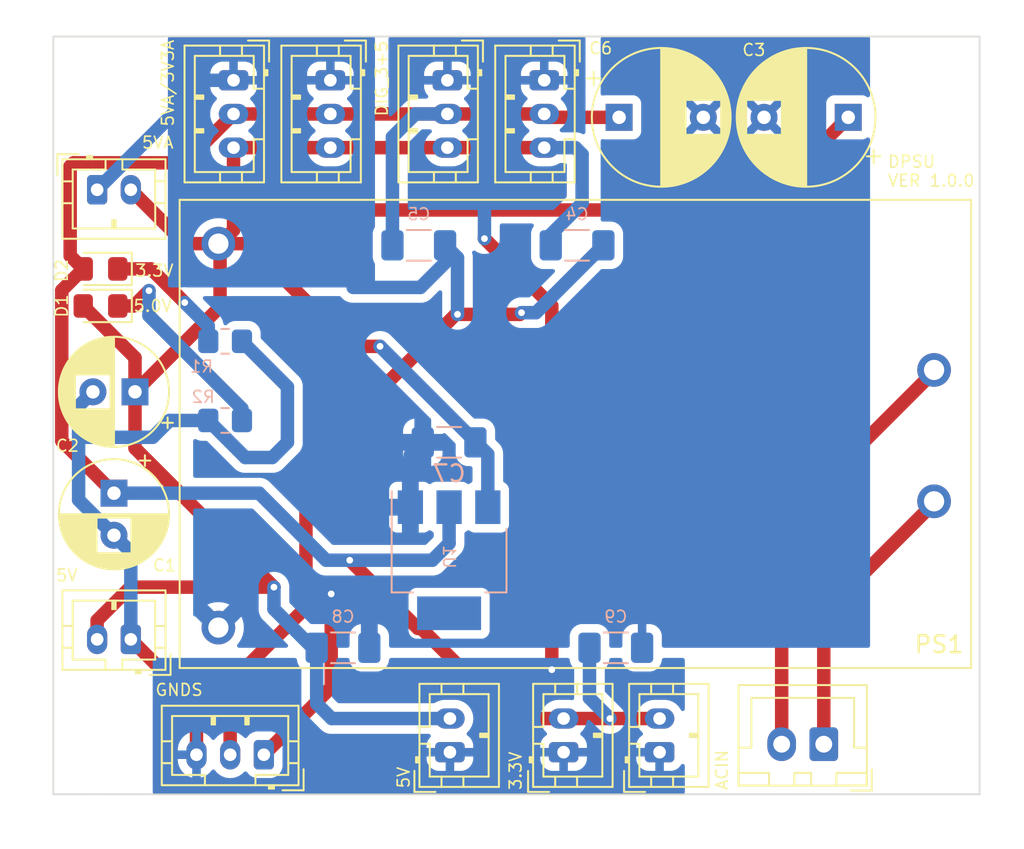
<source format=kicad_pcb>
(kicad_pcb (version 20221018) (generator pcbnew)
  (layers (0 "F.Cu" signal) (31 "B.Cu" signal) (34 "B.Paste" user) (35 "F.Paste" user) (36 "B.SilkS" user "B.Silkscreen") (37 "F.SilkS" user "F.Silkscreen") (38 "B.Mask" user) (39 "F.Mask" user) (44 "Edge.Cuts" user))
  (net 0 "")
  (net 1 "5V")
  (net 2 "VNEG")
  (net 3 "VIN")
  (net 4 "3V3")
  (net 5 "Net-(D1-K)")
  (net 6 "Net-(D2-K)")
  (net 7 "AGND")
  (net 8 "GND")
  (net 9 "PGND")
  (footprint "Connector_JST:JST_PH_B2B-PH-K_1x02_P2.00mm_Vertical" (layer "F.Cu") (at 134.6 105.8 180)
    (fp_text reference "DIG1" hide)
    (fp_text value "Conn_01x02_Male")
    (pad "1" thru_hole roundrect (at 0 0 180) (size 1.2 1.75) (drill 0.75) (layers "*.Cu" "*.Mask") (roundrect_rratio 0.2083333333) (net 8 "GND"))
    (pad "2" thru_hole oval (at 2 0 180) (size 1.2 1.75) (drill 0.75) (layers "*.Cu" "*.Mask") (net 1 "5V"))
  )
  (footprint "LED_SMD:LED_0805_2012Metric_Pad1.15x1.40mm_HandSolder" (layer "F.Cu") (at 132.8 83.8 180)
    (fp_text reference "D2" (at 2.3 -0.1 90 unlocked) (layer "F.SilkS") (effects (font (size 0.7 0.7) (thickness 0.1))))
    (fp_text value "WHITE")
    (pad "1" smd roundrect (at -1.025 0 180) (size 1.15 1.4) (layers "F.Cu" "F.Paste" "F.Mask") (roundrect_rratio 0.2173913043) (net 6 "Net-(D2-K)"))
    (pad "2" smd roundrect (at 1.025 0 180) (size 1.15 1.4) (layers "F.Cu" "F.Paste" "F.Mask") (roundrect_rratio 0.2173913043) (net 4 "3V3"))
  )
  (footprint "MountingHole:MountingHole_3.2mm_M3" (layer "F.Cu") (at 182.5 72.5)
    (fp_text reference "H1" hide)
    (fp_text value "MountingHole")
    (pad "" np_thru_hole circle (at 0 0) (size 3.2 3.2) (drill 3.2) (layers "*.Cu" "*.Mask"))
  )
  (footprint "MountingHole:MountingHole_3.2mm_M3" (layer "F.Cu") (at 132.5 112.5)
    (fp_text reference "H2" hide)
    (fp_text value "MountingHole")
    (pad "" np_thru_hole circle (at 0 0) (size 3.2 3.2) (drill 3.2) (layers "*.Cu" "*.Mask"))
  )
  (footprint "Connector_JST:JST_PH_B3B-PH-K_1x03_P2.00mm_Vertical" (layer "F.Cu") (at 153.4 72.6 -90)
    (fp_text reference "ANAL4" hide)
    (fp_text value "Conn_01x03_Male")
    (pad "1" thru_hole roundrect (at 0 0 270) (size 1.2 1.75) (drill 0.75) (layers "*.Cu" "*.Mask") (roundrect_rratio 0.2083333333) (net 8 "GND"))
    (pad "2" thru_hole oval (at 2 0 270) (size 1.2 1.75) (drill 0.75) (layers "*.Cu" "*.Mask") (net 4 "3V3"))
    (pad "3" thru_hole oval (at 4 0 270) (size 1.2 1.75) (drill 0.75) (layers "*.Cu" "*.Mask") (net 1 "5V"))
  )
  (footprint "Connector_JST:JST_PH_B3B-PH-K_1x03_P2.00mm_Vertical" (layer "F.Cu") (at 140.7 72.6 -90)
    (fp_text reference "ANAL3" hide)
    (fp_text value "Conn_01x03_Male")
    (pad "1" thru_hole roundrect (at 0 0 270) (size 1.2 1.75) (drill 0.75) (layers "*.Cu" "*.Mask") (roundrect_rratio 0.2083333333) (net 7 "AGND"))
    (pad "2" thru_hole oval (at 2 0 270) (size 1.2 1.75) (drill 0.75) (layers "*.Cu" "*.Mask") (net 4 "3V3"))
    (pad "3" thru_hole oval (at 4 0 270) (size 1.2 1.75) (drill 0.75) (layers "*.Cu" "*.Mask") (net 1 "5V"))
  )
  (footprint "Connector_JST:JST_PH_B2B-PH-K_1x02_P2.00mm_Vertical" (layer "F.Cu") (at 153.55 112.5 90)
    (fp_text reference "DIG5" hide)
    (fp_text value "Conn_01x02_Male")
    (pad "1" thru_hole roundrect (at 0 0 90) (size 1.2 1.75) (drill 0.75) (layers "*.Cu" "*.Mask") (roundrect_rratio 0.2083333333) (net 8 "GND"))
    (pad "2" thru_hole oval (at 2 0 90) (size 1.2 1.75) (drill 0.75) (layers "*.Cu" "*.Mask") (net 1 "5V"))
  )
  (footprint "Connector_JST:JST_PH_B2B-PH-K_1x02_P2.00mm_Vertical" (layer "F.Cu") (at 166 112.5 90)
    (fp_text reference "DIG2" hide)
    (fp_text value "Conn_01x02_Male")
    (pad "1" thru_hole roundrect (at 0 0 90) (size 1.2 1.75) (drill 0.75) (layers "*.Cu" "*.Mask") (roundrect_rratio 0.2083333333) (net 8 "GND"))
    (pad "2" thru_hole oval (at 2 0 90) (size 1.2 1.75) (drill 0.75) (layers "*.Cu" "*.Mask") (net 4 "3V3"))
  )
  (footprint "LED_SMD:LED_0805_2012Metric_Pad1.15x1.40mm_HandSolder" (layer "F.Cu") (at 132.8 86 180)
    (fp_text reference "D1" (at 2.3 0 90 unlocked) (layer "F.SilkS") (effects (font (size 0.7 0.7) (thickness 0.1))))
    (fp_text value "BLUE")
    (pad "1" smd roundrect (at -1.025 0 180) (size 1.15 1.4) (layers "F.Cu" "F.Paste" "F.Mask") (roundrect_rratio 0.2173913043) (net 5 "Net-(D1-K)"))
    (pad "2" smd roundrect (at 1.025 0 180) (size 1.15 1.4) (layers "F.Cu" "F.Paste" "F.Mask") (roundrect_rratio 0.2173913043) (net 1 "5V"))
  )
  (footprint "MountingHole:MountingHole_3.2mm_M3" (layer "F.Cu") (at 132.5 72.5)
    (fp_text reference "H4" hide)
    (fp_text value "MountingHole")
    (pad "" np_thru_hole circle (at 0 0) (size 3.2 3.2) (drill 3.2) (layers "*.Cu" "*.Mask"))
  )
  (footprint "Capacitor_THT:CP_Radial_D8.0mm_P5.00mm" (layer "F.Cu") (at 177.202651 74.8 180)
    (fp_text reference "C3" (at 5.602651 4 unlocked) (layer "F.SilkS") (effects (font (size 0.7 0.7) (thickness 0.1))))
    (fp_text value "47U")
    (pad "1" thru_hole rect (at 0 0 180) (size 1.6 1.6) (drill 0.8) (layers "*.Cu" "*.Mask") (net 1 "5V"))
    (pad "2" thru_hole circle (at 5 0 180) (size 1.6 1.6) (drill 0.8) (layers "*.Cu" "*.Mask") (net 9 "PGND"))
  )
  (footprint "Connector_JST:JST_PH_B3B-PH-K_1x03_P2.00mm_Vertical" (layer "F.Cu") (at 142.5 112.65 180)
    (fp_text reference "J2" hide)
    (fp_text value "Conn_01x03_Male")
    (pad "1" thru_hole roundrect (at 0 0 180) (size 1.2 1.75) (drill 0.75) (layers "*.Cu" "*.Mask") (roundrect_rratio 0.2083333333) (net 9 "PGND"))
    (pad "2" thru_hole oval (at 2 0 180) (size 1.2 1.75) (drill 0.75) (layers "*.Cu" "*.Mask") (net 7 "AGND"))
    (pad "3" thru_hole oval (at 4 0 180) (size 1.2 1.75) (drill 0.75) (layers "*.Cu" "*.Mask") (net 8 "GND"))
  )
  (footprint "Connector_JST:JST_PH_B3B-PH-K_1x03_P2.00mm_Vertical" (layer "F.Cu") (at 146.45 72.6 -90)
    (fp_text reference "ANAL2" hide)
    (fp_text value "Conn_01x03_Male")
    (pad "1" thru_hole roundrect (at 0 0 270) (size 1.2 1.75) (drill 0.75) (layers "*.Cu" "*.Mask") (roundrect_rratio 0.2083333333) (net 7 "AGND"))
    (pad "2" thru_hole oval (at 2 0 270) (size 1.2 1.75) (drill 0.75) (layers "*.Cu" "*.Mask") (net 4 "3V3"))
    (pad "3" thru_hole oval (at 4 0 270) (size 1.2 1.75) (drill 0.75) (layers "*.Cu" "*.Mask") (net 1 "5V"))
  )
  (footprint "Capacitor_THT:CP_Radial_D8.0mm_P5.00mm" (layer "F.Cu") (at 163.597349 74.8)
    (fp_text reference "C6" (at -1.097349 -4.1 unlocked) (layer "F.SilkS") (effects (font (size 0.7 0.7) (thickness 0.1))))
    (fp_text value "47U")
    (pad "1" thru_hole rect (at 0 0) (size 1.6 1.6) (drill 0.8) (layers "*.Cu" "*.Mask") (net 4 "3V3"))
    (pad "2" thru_hole circle (at 5 0) (size 1.6 1.6) (drill 0.8) (layers "*.Cu" "*.Mask") (net 9 "PGND"))
  )
  (footprint "Connector_JST:JST_XH_B2B-XH-A_1x02_P2.50mm_Vertical" (layer "F.Cu") (at 175.75 112.025 180)
    (fp_text reference "J1" hide)
    (fp_text value "Conn_01x02_Male" hide)
    (pad "1" thru_hole roundrect (at 0 0 180) (size 1.7 2) (drill 1) (layers "*.Cu" "*.Mask") (roundrect_rratio 0.1470588235) (net 3 "VIN"))
    (pad "2" thru_hole oval (at 2.5 0 180) (size 1.7 2) (drill 1) (layers "*.Cu" "*.Mask") (net 2 "VNEG"))
  )
  (footprint "Connector_JST:JST_PH_B3B-PH-K_1x03_P2.00mm_Vertical" (layer "F.Cu") (at 159.15 72.6 -90)
    (fp_text reference "ANAL5" hide)
    (fp_text value "Conn_01x03_Male")
    (pad "1" thru_hole roundrect (at 0 0 270) (size 1.2 1.75) (drill 0.75) (layers "*.Cu" "*.Mask") (roundrect_rratio 0.2083333333) (net 8 "GND"))
    (pad "2" thru_hole oval (at 2 0 270) (size 1.2 1.75) (drill 0.75) (layers "*.Cu" "*.Mask") (net 4 "3V3"))
    (pad "3" thru_hole oval (at 4 0 270) (size 1.2 1.75) (drill 0.75) (layers "*.Cu" "*.Mask") (net 1 "5V"))
  )
  (footprint "Capacitor_THT:CP_Radial_D6.3mm_P2.50mm" (layer "F.Cu") (at 133.6 97.117621 -90)
    (fp_text reference "C1" (at 4.282379 -3 unlocked) (layer "F.SilkS") (effects (font (size 0.7 0.7) (thickness 0.1))))
    (fp_text value "47U")
    (pad "1" thru_hole rect (at 0 0 270) (size 1.6 1.6) (drill 0.8) (layers "*.Cu" "*.Mask") (net 4 "3V3"))
    (pad "2" thru_hole circle (at 2.5 0 270) (size 1.6 1.6) (drill 0.8) (layers "*.Cu" "*.Mask") (net 8 "GND"))
  )
  (footprint "Connector_JST:JST_PH_B2B-PH-K_1x02_P2.00mm_Vertical" (layer "F.Cu") (at 132.6 79.1)
    (fp_text reference "ANAL1" hide)
    (fp_text value "Conn_01x02_Male")
    (pad "1" thru_hole roundrect (at 0 0) (size 1.2 1.75) (drill 0.75) (layers "*.Cu" "*.Mask") (roundrect_rratio 0.2083333333) (net 7 "AGND"))
    (pad "2" thru_hole oval (at 2 0) (size 1.2 1.75) (drill 0.75) (layers "*.Cu" "*.Mask") (net 1 "5V"))
  )
  (footprint "Capacitor_THT:CP_Radial_D6.3mm_P2.50mm" (layer "F.Cu") (at 134.85 91.1 180)
    (fp_text reference "C2" (at 4.011 -3.2 unlocked) (layer "F.SilkS") (effects (font (size 0.7 0.7) (thickness 0.1))))
    (fp_text value "47U")
    (pad "1" thru_hole rect (at 0 0 180) (size 1.6 1.6) (drill 0.8) (layers "*.Cu" "*.Mask") (net 1 "5V"))
    (pad "2" thru_hole circle (at 2.5 0 180) (size 1.6 1.6) (drill 0.8) (layers "*.Cu" "*.Mask") (net 8 "GND"))
  )
  (footprint "MountingHole:MountingHole_3.2mm_M3" (layer "F.Cu") (at 182.5 112.5)
    (fp_text reference "H3" hide)
    (fp_text value "MountingHole")
    (pad "" np_thru_hole circle (at 0 0) (size 3.2 3.2) (drill 3.2) (layers "*.Cu" "*.Mask"))
  )
  (footprint "Components:HLK-10M05" (layer "F.Cu") (at 160 95.4 180)
    (fp_text reference "PS1" (at -22.6 -10.7 unlocked) (layer "F.SilkS"))
    (fp_text value "HLK-10M05")
    (pad "1" thru_hole circle (at -22.3 -2.2 180) (size 2 2) (drill 1.2) (layers "*.Cu" "*.Mask") (net 3 "VIN"))
    (pad "2" thru_hole circle (at -22.3 5.6 180) (size 2 2) (drill 1.2) (layers "*.Cu" "*.Mask") (net 2 "VNEG"))
    (pad "3" thru_hole circle (at 20.2 -9.7 180) (size 2 2) (drill 1.2) (layers "*.Cu" "*.Mask") (net 9 "PGND"))
    (pad "4" thru_hole circle (at 20.2 13.1 180) (size 2 2) (drill 1.2) (layers "*.Cu" "*.Mask") (net 1 "5V"))
  )
  (footprint "Connector_JST:JST_PH_B2B-PH-K_1x02_P2.00mm_Vertical" (layer "F.Cu") (at 160.3 112.5 90)
    (fp_text reference "DIG4" hide)
    (fp_text value "Conn_01x02_Male")
    (pad "1" thru_hole roundrect (at 0 0 90) (size 1.2 1.75) (drill 0.75) (layers "*.Cu" "*.Mask") (roundrect_rratio 0.2083333333) (net 8 "GND"))
    (pad "2" thru_hole oval (at 2 0 90) (size 1.2 1.75) (drill 0.75) (layers "*.Cu" "*.Mask") (net 4 "3V3"))
  )
  (footprint "Capacitor_SMD:C_1206_3216Metric_Pad1.33x1.80mm_HandSolder" (layer "B.Cu") (at 161.1 82.4 180)
    (fp_text reference "C4" (at 0 1.85 unlocked) (layer "B.SilkS") (effects (font (size 0.7 0.7) (thickness 0.1)) (justify mirror)))
    (fp_text value "10u")
    (pad "1" smd roundrect (at -1.5625 0 180) (size 1.325 1.8) (layers "B.Cu" "B.Paste" "B.Mask") (roundrect_rratio 0.1886792453) (net 7 "AGND"))
    (pad "2" smd roundrect (at 1.5625 0 180) (size 1.325 1.8) (layers "B.Cu" "B.Paste" "B.Mask") (roundrect_rratio 0.1886792453) (net 1 "5V"))
  )
  (footprint "Package_TO_SOT_SMD:SOT-223" (layer "B.Cu") (at 153.5 101.1 -90)
    (fp_text reference "U1" (at -0.2 0 -90 unlocked) (layer "B.SilkS") (effects (font (size 0.7 0.7) (thickness 0.1)) (justify mirror)))
    (fp_text value "AZ1117-3.3")
    (pad "1" smd rect (at -3.15 2.3 270) (size 2 1.5) (layers "B.Cu" "B.Paste" "B.Mask") (net 9 "PGND"))
    (pad "2" smd rect (at -3.15 0 270) (size 2 1.5) (layers "B.Cu" "B.Paste" "B.Mask") (net 4 "3V3"))
    (pad "3" smd rect (at -3.15 -2.3 270) (size 2 1.5) (layers "B.Cu" "B.Paste" "B.Mask") (net 1 "5V"))
    (pad "4" smd rect (at 3.15 0 270) (size 2 3.8) (layers "B.Cu" "B.Paste" "B.Mask"))
  )
  (footprint "Resistor_SMD:R_0805_2012Metric_Pad1.20x1.40mm_HandSolder" (layer "B.Cu") (at 140.2 88.1)
    (fp_text reference "R1" (at -1.4 1.5 unlocked) (layer "B.SilkS") (effects (font (size 0.7 0.7) (thickness 0.1)) (justify mirror)))
    (fp_text value "510R")
    (pad "1" smd roundrect (at -1 0) (size 1.2 1.4) (layers "B.Cu" "B.Paste" "B.Mask") (roundrect_rratio 0.2083333333) (net 6 "Net-(D2-K)"))
    (pad "2" smd roundrect (at 1 0) (size 1.2 1.4) (layers "B.Cu" "B.Paste" "B.Mask") (roundrect_rratio 0.2083333333) (net 8 "GND"))
  )
  (footprint "Capacitor_SMD:C_1206_3216Metric_Pad1.33x1.80mm_HandSolder" (layer "B.Cu") (at 153.5 94.1)
    (fp_text reference "C7" (at 0 1.85 180) (layer "B.SilkS") (effects (justify mirror)))
    (fp_text value "10u")
    (pad "1" smd roundrect (at -1.5625 0) (size 1.325 1.8) (layers "B.Cu" "B.Paste" "B.Mask") (roundrect_rratio 0.1886792453) (net 9 "PGND"))
    (pad "2" smd roundrect (at 1.5625 0) (size 1.325 1.8) (layers "B.Cu" "B.Paste" "B.Mask") (roundrect_rratio 0.1886792453) (net 1 "5V"))
  )
  (footprint "Capacitor_SMD:C_1206_3216Metric_Pad1.33x1.80mm_HandSolder" (layer "B.Cu") (at 163.4 106.3 180)
    (fp_text reference "C9" (at 0 1.85 unlocked) (layer "B.SilkS") (effects (font (size 0.7 0.7) (thickness 0.1)) (justify mirror)))
    (fp_text value "10u")
    (pad "1" smd roundrect (at -1.5625 0 180) (size 1.325 1.8) (layers "B.Cu" "B.Paste" "B.Mask") (roundrect_rratio 0.1886792453) (net 9 "PGND"))
    (pad "2" smd roundrect (at 1.5625 0 180) (size 1.325 1.8) (layers "B.Cu" "B.Paste" "B.Mask") (roundrect_rratio 0.1886792453) (net 4 "3V3"))
  )
  (footprint "Capacitor_SMD:C_1206_3216Metric_Pad1.33x1.80mm_HandSolder" (layer "B.Cu") (at 147.2 106.3 180)
    (fp_text reference "C8" (at 0 1.85 unlocked) (layer "B.SilkS") (effects (font (size 0.7 0.7) (thickness 0.1)) (justify mirror)))
    (fp_text value "10u")
    (pad "1" smd roundrect (at -1.5625 0 180) (size 1.325 1.8) (layers "B.Cu" "B.Paste" "B.Mask") (roundrect_rratio 0.1886792453) (net 9 "PGND"))
    (pad "2" smd roundrect (at 1.5625 0 180) (size 1.325 1.8) (layers "B.Cu" "B.Paste" "B.Mask") (roundrect_rratio 0.1886792453) (net 1 "5V"))
  )
  (footprint "Capacitor_SMD:C_1206_3216Metric_Pad1.33x1.80mm_HandSolder" (layer "B.Cu") (at 151.7 82.4 180)
    (fp_text reference "C5" (at 0 1.85 unlocked) (layer "B.SilkS") (effects (font (size 0.7 0.7) (thickness 0.1)) (justify mirror)))
    (fp_text value "10u")
    (pad "1" smd roundrect (at -1.5625 0 180) (size 1.325 1.8) (layers "B.Cu" "B.Paste" "B.Mask") (roundrect_rratio 0.1886792453) (net 7 "AGND"))
    (pad "2" smd roundrect (at 1.5625 0 180) (size 1.325 1.8) (layers "B.Cu" "B.Paste" "B.Mask") (roundrect_rratio 0.1886792453) (net 4 "3V3"))
  )
  (footprint "Resistor_SMD:R_0805_2012Metric_Pad1.20x1.40mm_HandSolder" (layer "B.Cu") (at 140.2 92.8 180)
    (fp_text reference "R2" (at 1.3 1.4 unlocked) (layer "B.SilkS") (effects (font (size 0.7 0.7) (thickness 0.1)) (justify mirror)))
    (fp_text value "750R")
    (pad "1" smd roundrect (at -1 0 180) (size 1.2 1.4) (layers "B.Cu" "B.Paste" "B.Mask") (roundrect_rratio 0.2083333333) (net 5 "Net-(D1-K)"))
    (pad "2" smd roundrect (at 1 0 180) (size 1.2 1.4) (layers "B.Cu" "B.Paste" "B.Mask") (roundrect_rratio 0.2083333333) (net 8 "GND"))
  )
  (gr_line (start 132.5 115) (end 130 115) (stroke (width 0.1)) (layer "Edge.Cuts"))
  (gr_line (start 185 115) (end 132.5 115) (stroke (width 0.1)) (layer "Edge.Cuts"))
  (gr_line (start 132.5 70) (end 185 70) (stroke (width 0.1)) (layer "Edge.Cuts"))
  (gr_line (start 130 70) (end 132.5 70) (stroke (width 0.1)) (layer "Edge.Cuts"))
  (gr_line (start 130 70) (end 130 115) (stroke (width 0.1)) (layer "Edge.Cuts"))
  (gr_line (start 185 70) (end 185 115) (stroke (width 0.1)) (layer "Edge.Cuts"))
  (gr_text "5VA/3V3A" (at 136.8 75.4 90) (layer "F.SilkS") (effects (font (size 0.7 0.7) (thickness 0.1)) (justify left)))
  (gr_text "ACIN" (at 169.7 114.8 90) (layer "F.SilkS") (effects (font (size 0.7 0.7) (thickness 0.1)) (justify left)))
  (gr_text "3.3V\n" (at 157.45 114.8 90) (layer "F.SilkS") (effects (font (size 0.7 0.7) (thickness 0.1)) (justify left)))
  (gr_text "5.0V" (at 137.1 86) (layer "F.SilkS") (effects (font (size 0.7 0.7) (thickness 0.1)) (justify right)))
  (gr_text "DPSU\nVER 1.0.0" (at 179.5 78) (layer "F.SilkS") (effects (font (size 0.7 0.7) (thickness 0.1)) (justify left)))
  (gr_text "3.3V" (at 137.2 83.9) (layer "F.SilkS") (effects (font (size 0.7 0.7) (thickness 0.1)) (justify right)))
  (gr_text "5V" (at 130.1 102) (layer "F.SilkS") (effects (font (size 0.7 0.7) (thickness 0.1)) (justify left)))
  (gr_text "GNDS\n" (at 136 108.8) (layer "F.SilkS") (effects (font (size 0.7 0.7) (thickness 0.1)) (justify left)))
  (gr_text "DIG_3+5" (at 149.5 70.2 90) (layer "F.SilkS") (effects (font (size 0.7 0.7) (thickness 0.1)) (justify right)))
  (gr_text "5VA" (at 135.2 76.3) (layer "F.SilkS") (effects (font (size 0.7 0.7) (thickness 0.1)) (justify left)))
  (gr_text "5V" (at 150.8 114.7 90) (layer "F.SilkS") (effects (font (size 0.7 0.7) (thickness 0.1)) (justify left)))
  (segment (start 134.85 91.1) (end 134.85 94.45) (width 0.8) (layer "F.Cu") (net 1))
  (segment (start 143.6 80.3) (end 141.6 82.3) (width 0.8) (layer "F.Cu") (net 1))
  (segment (start 140.7 81.5) (end 139.9 82.3) (width 0.8) (layer "F.Cu") (net 1))
  (segment (start 146.45 76.6) (end 140.7 76.6) (width 0.8) (layer "F.Cu") (net 1))
  (segment (start 140.7 76.6) (end 140.7 81.5) (width 0.8) (layer "F.Cu") (net 1))
  (segment (start 139.9 82.3) (end 137.8 82.3) (width 0.8) (layer "F.Cu") (net 1))
  (segment (start 134.575 102.7) (end 143.1 102.7) (width 0.8) (layer "F.Cu") (net 1))
  (segment (start 134.85 91.1) (end 139.9 86.05) (width 0.8) (layer "F.Cu") (net 1))
  (segment (start 141.6 82.3) (end 147.7 88.4) (width 0.8) (layer "F.Cu") (net 1))
  (segment (start 153.4 76.6) (end 146.45 76.6) (width 0.8) (layer "F.Cu") (net 1))
  (segment (start 132.6 105.8) (end 132.6 104.675) (width 0.8) (layer "F.Cu") (net 1))
  (segment (start 134.85 91.1) (end 134.85 89.075) (width 0.8) (layer "F.Cu") (net 1))
  (segment (start 134.85 94.45) (end 143.1 102.7) (width 0.8) (layer "F.Cu") (net 1))
  (segment (start 134.85 89.075) (end 131.775 86) (width 0.8) (layer "F.Cu") (net 1))
  (segment (start 139.9 86.05) (end 139.9 82.3) (width 0.8) (layer "F.Cu") (net 1))
  (segment (start 147.7 88.4) (end 149.4 88.4) (width 0.8) (layer "F.Cu") (net 1))
  (segment (start 137.8 82.3) (end 134.6 79.1) (width 0.8) (layer "F.Cu") (net 1))
  (segment (start 171.702651 80.3) (end 143.6 80.3) (width 0.8) (layer "F.Cu") (net 1))
  (segment (start 132.6 104.675) (end 134.575 102.7) (width 0.8) (layer "F.Cu") (net 1))
  (segment (start 141.6 82.3) (end 139.9 82.3) (width 0.8) (layer "F.Cu") (net 1))
  (segment (start 159.15 76.6) (end 153.4 76.6) (width 0.8) (layer "F.Cu") (net 1))
  (segment (start 177.202651 74.8) (end 171.702651 80.3) (width 0.8) (layer "F.Cu") (net 1))
  (via (at 143.1 102.7) (size 0.8) (drill 0.4) (layers "F.Cu" "B.Cu") (net 1))
  (via (at 149.4 88.4) (size 0.8) (drill 0.4) (layers "F.Cu" "B.Cu") (net 1))
  (segment (start 146.525 110.5) (end 153.55 110.5) (width 0.8) (layer "B.Cu") (net 1))
  (segment (start 161 76.6) (end 159.15 76.6) (width 0.8) (layer "B.Cu") (net 1))
  (segment (start 161.4 79.9) (end 161.4 77) (width 0.8) (layer "B.Cu") (net 1))
  (segment (start 143.1 104) (end 143.1 102.7) (width 0.8) (layer "B.Cu") (net 1))
  (segment (start 161.4 77) (end 161 76.6) (width 0.8) (layer "B.Cu") (net 1))
  (segment (start 159.5375 82.4) (end 159.5375 81.7625) (width 0.8) (layer "B.Cu") (net 1))
  (segment (start 155.8 94.8) (end 149.4 88.4) (width 0.8) (layer "B.Cu") (net 1))
  (segment (start 145.6375 106.3) (end 145.6375 109.6125) (width 0.8) (layer "B.Cu") (net 1))
  (segment (start 155.8 97.95) (end 155.8 94.8) (width 0.8) (layer "B.Cu") (net 1))
  (segment (start 159.5375 81.7625) (end 161.4 79.9) (width 0.8) (layer "B.Cu") (net 1))
  (segment (start 145.6375 109.6125) (end 146.525 110.5) (width 0.8) (layer "B.Cu") (net 1))
  (segment (start 145.4 106.3) (end 143.1 104) (width 0.8) (layer "B.Cu") (net 1))
  (segment (start 173.25 98.95) (end 173.25 111.65) (width 0.8) (layer "F.Cu") (net 2))
  (segment (start 182.4 89.8) (end 173.25 98.95) (width 0.8) (layer "F.Cu") (net 2))
  (segment (start 175.75 104.25) (end 182.4 97.6) (width 0.8) (layer "F.Cu") (net 3))
  (segment (start 175.75 112.025) (end 175.75 104.25) (width 0.8) (layer "F.Cu") (net 3))
  (segment (start 163.05 110.5) (end 165.9 110.5) (width 0.8) (layer "F.Cu") (net 4))
  (segment (start 153.4 74.6) (end 146.45 74.6) (width 0.8) (layer "F.Cu") (net 4))
  (segment (start 131.775 83.8) (end 130.5 85.075) (width 0.8) (layer "F.Cu") (net 4))
  (segment (start 140.7 74.6) (end 137.8 77.5) (width 0.8) (layer "F.Cu") (net 4))
  (segment (start 159.15 74.6) (end 153.4 74.6) (width 0.8) (layer "F.Cu") (net 4))
  (segment (start 147.6 101.1) (end 151.65 105.15) (width 0.8) (layer "F.Cu") (net 4))
  (segment (start 131 83.025) (end 131.775 83.8) (width 0.8) (layer "F.Cu") (net 4))
  (segment (start 151.65 105.15) (end 151.85 105.15) (width 0.8) (layer "F.Cu") (net 4))
  (segment (start 146.45 74.6) (end 140.7 74.6) (width 0.8) (layer "F.Cu") (net 4))
  (segment (start 151.85 105.15) (end 157.2 110.5) (width 0.8) (layer "F.Cu") (net 4))
  (segment (start 157.2 110.5) (end 163.05 110.5) (width 0.8) (layer "F.Cu") (net 4))
  (segment (start 130.5 85.075) (end 130.5 94.017621) (width 0.8) (layer "F.Cu") (net 4))
  (segment (start 131 77.7) (end 131 83.025) (width 0.8) (layer "F.Cu") (net 4))
  (segment (start 163.597349 74.8) (end 159.35 74.8) (width 0.8) (layer "F.Cu") (net 4))
  (segment (start 131.2 77.5) (end 131 77.7) (width 0.8) (layer "F.Cu") (net 4))
  (segment (start 137.8 77.5) (end 131.2 77.5) (width 0.8) (layer "F.Cu") (net 4))
  (segment (start 130.5 94.017621) (end 133.6 97.117621) (width 0.8) (layer "F.Cu") (net 4))
  (via (at 163.05 110.5) (size 0.8) (drill 0.4) (layers "F.Cu" "B.Cu") (net 4))
  (via (at 147.6 101.1) (size 0.8) (drill 0.4) (layers "F.Cu" "B.Cu") (net 4))
  (segment (start 161.8375 109.2875) (end 163.05 110.5) (width 0.8) (layer "B.Cu") (net 4))
  (segment (start 142.217621 97.117621) (end 133.6 97.117621) (width 0.8) (layer "B.Cu") (net 4))
  (segment (start 146.2 101.1) (end 142.217621 97.117621) (width 0.8) (layer "B.Cu") (net 4))
  (segment (start 150.1375 82.4) (end 150.1375 75.9625) (width 0.8) (layer "B.Cu") (net 4))
  (segment (start 151.5 74.6) (end 153.4 74.6) (width 0.8) (layer "B.Cu") (net 4))
  (segment (start 150.1375 75.9625) (end 151.5 74.6) (width 0.8) (layer "B.Cu") (net 4))
  (segment (start 153.5 97.95) (end 153.5 100.1) (width 0.8) (layer "B.Cu") (net 4))
  (segment (start 153.5 100.1) (end 152.5 101.1) (width 0.8) (layer "B.Cu") (net 4))
  (segment (start 161.8375 106.3) (end 161.8375 109.2875) (width 0.8) (layer "B.Cu") (net 4))
  (segment (start 152.5 101.1) (end 146.2 101.1) (width 0.8) (layer "B.Cu") (net 4))
  (segment (start 133.825 86) (end 134.770646 86) (width 0.8) (layer "F.Cu") (net 5))
  (segment (start 134.770646 86) (end 135.678569 85.092077) (width 0.8) (layer "F.Cu") (net 5))
  (via (at 135.678569 85.092077) (size 0.8) (drill 0.4) (layers "F.Cu" "B.Cu") (net 5))
  (segment (start 141.2 92.102082) (end 135.678569 86.580651) (width 0.8) (layer "B.Cu") (net 5))
  (segment (start 141.2 92.8) (end 141.2 92.102082) (width 0.8) (layer "B.Cu") (net 5))
  (segment (start 135.678569 86.580651) (end 135.678569 85.092077) (width 0.8) (layer "B.Cu") (net 5))
  (segment (start 135.8 83.8) (end 133.825 83.8) (width 0.8) (layer "F.Cu") (net 6))
  (segment (start 137.8 85.8) (end 135.8 83.8) (width 0.8) (layer "F.Cu") (net 6))
  (via (at 137.8 85.8) (size 0.8) (drill 0.4) (layers "F.Cu" "B.Cu") (net 6))
  (segment (start 139.2 88.1) (end 139.2 87.2) (width 0.8) (layer "B.Cu") (net 6))
  (segment (start 139.2 87.2) (end 137.8 85.8) (width 0.8) (layer "B.Cu") (net 6))
  (segment (start 140.5 112.65) (end 140.5 108.4) (width 0.8) (layer "F.Cu") (net 7))
  (segment (start 154 86.5) (end 157.7 86.5) (width 0.8) (layer "F.Cu") (net 7))
  (segment (start 145 95.4) (end 153.9 86.5) (width 0.8) (layer "F.Cu") (net 7))
  (segment (start 140.5 108.4) (end 145 103.9) (width 0.8) (layer "F.Cu") (net 7))
  (segment (start 153.9 86.5) (end 154 86.5) (width 0.8) (layer "F.Cu") (net 7))
  (segment (start 157.7 86.5) (end 157.8 86.4) (width 0.8) (layer "F.Cu") (net 7))
  (segment (start 145 103.9) (end 145 95.4) (width 0.8) (layer "F.Cu") (net 7))
  (via (at 154 86.5) (size 0.8) (drill 0.4) (layers "F.Cu" "B.Cu") (net 7))
  (via (at 157.8 86.4) (size 0.8) (drill 0.4) (layers "F.Cu" "B.Cu") (net 7))
  (segment (start 157.8 86.4) (end 158.6625 86.4) (width 0.8) (layer "B.Cu") (net 7))
  (segment (start 151.8 84.9) (end 147.8 84.9) (width 0.8) (layer "B.Cu") (net 7))
  (segment (start 153.2625 82.4) (end 153.2625 83.4375) (width 0.8) (layer "B.Cu") (net 7))
  (segment (start 139.1 72.6) (end 140.7 72.6) (width 0.8) (layer "B.Cu") (net 7))
  (segment (start 154 83.1375) (end 153.2625 82.4) (width 0.8) (layer "B.Cu") (net 7))
  (segment (start 132.6 79.1) (end 139.1 72.6) (width 0.8) (layer "B.Cu") (net 7))
  (segment (start 158.6625 86.4) (end 162.6625 82.4) (width 0.8) (layer "B.Cu") (net 7))
  (segment (start 153.2625 83.4375) (end 151.8 84.9) (width 0.8) (layer "B.Cu") (net 7))
  (segment (start 154 86.5) (end 154 83.1375) (width 0.8) (layer "B.Cu") (net 7))
  (segment (start 159.6 86) (end 159.6 107.6) (width 0.8) (layer "F.Cu") (net 8))
  (segment (start 138.5 109.7) (end 134.6 105.8) (width 0.8) (layer "F.Cu") (net 8))
  (segment (start 138.5 112.65) (end 138.5 109.7) (width 0.8) (layer "F.Cu") (net 8))
  (segment (start 155.6 82) (end 159.6 86) (width 0.8) (layer "F.Cu") (net 8))
  (via (at 159.6 107.6) (size 0.8) (drill 0.4) (layers "F.Cu" "B.Cu") (net 8))
  (via (at 155.6 82) (size 0.8) (drill 0.4) (layers "F.Cu" "B.Cu") (net 8))
  (segment (start 143.9 94.1) (end 143.9 90.8) (width 0.8) (layer "B.Cu") (net 8))
  (segment (start 134.6 100.617621) (end 133.6 99.617621) (width 0.8) (layer "B.Cu") (net 8))
  (segment (start 143 95) (end 143.9 94.1) (width 0.8) (layer "B.Cu") (net 8))
  (segment (start 139.2 92.8) (end 136.9 92.8) (width 0.8) (layer "B.Cu") (net 8))
  (segment (start 132.35 91.1) (end 131.5 91.95) (width 0.8) (layer "B.Cu") (net 8))
  (segment (start 155.6 79.9) (end 155.6 82) (width 0.8) (layer "B.Cu") (net 8))
  (segment (start 134.6 105.8) (end 134.6 100.617621) (width 0.8) (layer "B.Cu") (net 8))
  (segment (start 131.7 93.8) (end 131.5 93.6) (width 0.8) (layer "B.Cu") (net 8))
  (segment (start 131.5 93.6) (end 131.5 97.517621) (width 0.8) (layer "B.Cu") (net 8))
  (segment (start 131.5 97.517621) (end 133.6 99.617621) (width 0.8) (layer "B.Cu") (net 8))
  (segment (start 141.397918 95) (end 143 95) (width 0.8) (layer "B.Cu") (net 8))
  (segment (start 139.2 92.802082) (end 141.397918 95) (width 0.8) (layer "B.Cu") (net 8))
  (segment (start 136.9 92.8) (end 135.9 93.8) (width 0.8) (layer "B.Cu") (net 8))
  (segment (start 135.9 93.8) (end 131.7 93.8) (width 0.8) (layer "B.Cu") (net 8))
  (segment (start 131.5 91.95) (end 131.5 93.6) (width 0.8) (layer "B.Cu") (net 8))
  (segment (start 143.9 90.8) (end 141.2 88.1) (width 0.8) (layer "B.Cu") (net 8))
  (segment (start 146.5 108.65) (end 146.5 103.1) (width 0.8) (layer "F.Cu") (net 9))
  (segment (start 142.5 112.65) (end 146.5 108.65) (width 0.8) (layer "F.Cu") (net 9))
  (via (at 146.5 103.1) (size 0.8) (drill 0.4) (layers "F.Cu" "B.Cu") (net 9))
  (segment (start 151.2 97.95) (end 151.2 94.8375) (width 0.8) (layer "B.Cu") (net 9))
  (segment (start 151.2 94.8375) (end 151.9375 94.1) (width 0.8) (layer "B.Cu") (net 9))
  (zone (net 8) (net_name "GND") (layer "B.Cu") (connect_pads (clearance 0.508)) (min_thickness 0.254) (fill yes (thermal_gap 0.508) (thermal_bridge_width 0.508))
    (polygon (pts (xy 161.6 80.3) (xy 149.9 80.3) (xy 149.9 69.6) (xy 161.6 69.6)))
  )
  (zone (net 9) (net_name "PGND") (layer "B.Cu") (connect_pads (clearance 0.508)) (min_thickness 0.254) (fill yes (thermal_gap 0.508) (thermal_bridge_width 0.508))
    (polygon (pts (xy 178.5 106.3) (xy 162.5 106.3) (xy 162.5 69.5) (xy 178.5 69.5)))
  )
  (zone (net 8) (net_name "GND") (layer "B.Cu") (connect_pads (clearance 0.508)) (min_thickness 0.254) (fill yes (thermal_gap 0.508) (thermal_bridge_width 0.508))
    (polygon (pts (xy 167.5 115.4) (xy 135.9 115.4) (xy 135.9 106.9) (xy 167.5 106.9)))
  )
  (zone (net 7) (net_name "AGND") (layer "B.Cu") (priority 1) (connect_pads (clearance 0.508)) (min_thickness 0.254) (fill yes (thermal_gap 0.508) (thermal_bridge_width 0.508))
    (polygon (pts (xy 149.1 84.9) (xy 136.8 84.9) (xy 136.8 69.6) (xy 149.1 69.6)))
  )
  (zone (net 9) (net_name "PGND") (layer "B.Cu") (connect_pads (clearance 0.508)) (min_thickness 0.25) (fill yes (thermal_gap 0.508) (thermal_bridge_width 1))
    (polygon (pts (xy 162.7 106.3) (xy 138.3 106.3) (xy 138.3 81.1) (xy 162.7 81.1)))
  )
)
</source>
